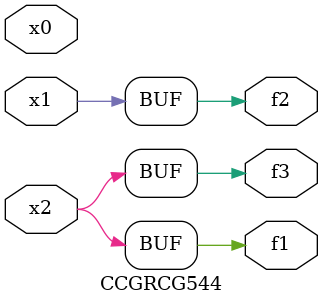
<source format=v>
module CCGRCG544(
	input x0, x1, x2,
	output f1, f2, f3
);
	assign f1 = x2;
	assign f2 = x1;
	assign f3 = x2;
endmodule

</source>
